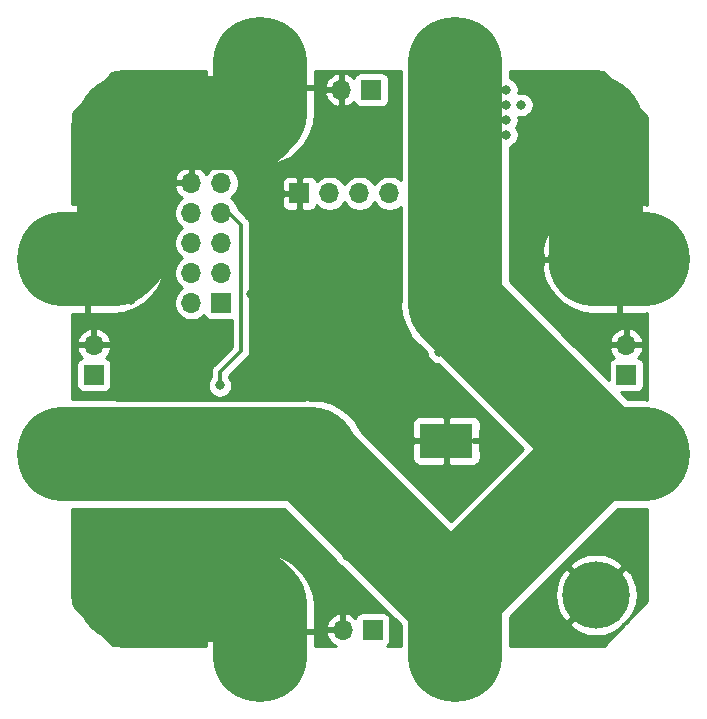
<source format=gbr>
%TF.GenerationSoftware,KiCad,Pcbnew,(5.1.8-0-10_14)*%
%TF.CreationDate,2021-02-24T01:50:54+08:00*%
%TF.ProjectId,batt_board,62617474-5f62-46f6-9172-642e6b696361,v0.2*%
%TF.SameCoordinates,Original*%
%TF.FileFunction,Copper,L2,Bot*%
%TF.FilePolarity,Positive*%
%FSLAX46Y46*%
G04 Gerber Fmt 4.6, Leading zero omitted, Abs format (unit mm)*
G04 Created by KiCad (PCBNEW (5.1.8-0-10_14)) date 2021-02-24 01:50:54*
%MOMM*%
%LPD*%
G01*
G04 APERTURE LIST*
%TA.AperFunction,ComponentPad*%
%ADD10O,1.700000X1.700000*%
%TD*%
%TA.AperFunction,ComponentPad*%
%ADD11R,1.700000X1.700000*%
%TD*%
%TA.AperFunction,SMDPad,CuDef*%
%ADD12O,8.000000X12.000000*%
%TD*%
%TA.AperFunction,SMDPad,CuDef*%
%ADD13O,12.000000X8.000000*%
%TD*%
%TA.AperFunction,ConnectorPad*%
%ADD14C,5.700000*%
%TD*%
%TA.AperFunction,ComponentPad*%
%ADD15C,3.600000*%
%TD*%
%TA.AperFunction,ComponentPad*%
%ADD16C,0.600000*%
%TD*%
%TA.AperFunction,SMDPad,CuDef*%
%ADD17R,4.500000X2.950000*%
%TD*%
%TA.AperFunction,ViaPad*%
%ADD18C,0.800000*%
%TD*%
%TA.AperFunction,Conductor*%
%ADD19C,8.000000*%
%TD*%
%TA.AperFunction,Conductor*%
%ADD20C,0.500000*%
%TD*%
%TA.AperFunction,Conductor*%
%ADD21C,0.300000*%
%TD*%
%TA.AperFunction,Conductor*%
%ADD22C,0.254000*%
%TD*%
%TA.AperFunction,Conductor*%
%ADD23C,0.100000*%
%TD*%
G04 APERTURE END LIST*
D10*
%TO.P,conn2upper1,10*%
%TO.N,GND*%
X125730000Y-70104000D03*
%TO.P,conn2upper1,9*%
%TO.N,Net-(R9-Pad2)*%
X128270000Y-70104000D03*
%TO.P,conn2upper1,8*%
%TO.N,Net-(R10-Pad2)*%
X125730000Y-72644000D03*
%TO.P,conn2upper1,7*%
%TO.N,Net-(R11-Pad2)*%
X128270000Y-72644000D03*
%TO.P,conn2upper1,6*%
%TO.N,Net-(R12-Pad2)*%
X125730000Y-75184000D03*
%TO.P,conn2upper1,5*%
%TO.N,Net-(R13-Pad1)*%
X128270000Y-75184000D03*
%TO.P,conn2upper1,4*%
%TO.N,Net-(conn2upper1-Pad4)*%
X125730000Y-77724000D03*
%TO.P,conn2upper1,3*%
%TO.N,+5V*%
X128270000Y-77724000D03*
%TO.P,conn2upper1,2*%
%TO.N,Net-(conn2upper1-Pad2)*%
X125730000Y-80264000D03*
D11*
%TO.P,conn2upper1,1*%
%TO.N,+3V3*%
X128270000Y-80264000D03*
%TD*%
D12*
%TO.P,ESC3,2*%
%TO.N,/VCC_IN*%
X148077200Y-108050800D03*
%TO.P,ESC3,1*%
%TO.N,GND*%
X131567200Y-108050800D03*
%TD*%
D13*
%TO.P,ESC4,2*%
%TO.N,/VCC_IN*%
X116949200Y-93077200D03*
%TO.P,ESC4,1*%
%TO.N,GND*%
X116949200Y-76567200D03*
%TD*%
%TO.P,ESC2,2*%
%TO.N,/VCC_IN*%
X161949200Y-93077200D03*
%TO.P,ESC2,1*%
%TO.N,GND*%
X161949200Y-76567200D03*
%TD*%
D12*
%TO.P,ESC1,2*%
%TO.N,/VCC_IN*%
X148077200Y-62050800D03*
%TO.P,ESC1,1*%
%TO.N,GND*%
X131567200Y-62050800D03*
%TD*%
D14*
%TO.P,H4,1*%
%TO.N,GND*%
X160000000Y-65000000D03*
D15*
X160000000Y-65000000D03*
%TD*%
D14*
%TO.P,H2,1*%
%TO.N,GND*%
X120000000Y-105000000D03*
D15*
X120000000Y-105000000D03*
%TD*%
D16*
%TO.P,U1,9*%
%TO.N,GND*%
X149120000Y-91348000D03*
X148020000Y-91348000D03*
X148020000Y-92548000D03*
X149120000Y-92548000D03*
X145520000Y-91348000D03*
X146720000Y-91348000D03*
X146720000Y-92548000D03*
X145520000Y-92548000D03*
D17*
X147320000Y-91948000D03*
%TD*%
D11*
%TO.P,Receiver1,1*%
%TO.N,GND*%
X134874000Y-70993000D03*
D10*
%TO.P,Receiver1,2*%
%TO.N,+5V*%
X137414000Y-70993000D03*
%TO.P,Receiver1,3*%
%TO.N,PPM*%
X139954000Y-70993000D03*
%TO.P,Receiver1,4*%
%TO.N,Net-(Receiver1-Pad4)*%
X142494000Y-70993000D03*
%TD*%
D14*
%TO.P,H3,1*%
%TO.N,GND*%
X160000000Y-105000000D03*
D15*
X160000000Y-105000000D03*
%TD*%
D14*
%TO.P,H1,1*%
%TO.N,GND*%
X120000000Y-65000000D03*
D15*
X120000000Y-65000000D03*
%TD*%
D10*
%TO.P,CH4,2*%
%TO.N,GND*%
X117475000Y-83820000D03*
D11*
%TO.P,CH4,1*%
%TO.N,PWM_CH4*%
X117475000Y-86360000D03*
%TD*%
D10*
%TO.P,CH3,2*%
%TO.N,GND*%
X138532200Y-107950000D03*
D11*
%TO.P,CH3,1*%
%TO.N,PWM_CH3*%
X141072200Y-107950000D03*
%TD*%
D10*
%TO.P,CH2,2*%
%TO.N,GND*%
X162560000Y-83820000D03*
D11*
%TO.P,CH2,1*%
%TO.N,PWM_CH2*%
X162560000Y-86360000D03*
%TD*%
D10*
%TO.P,CH1,2*%
%TO.N,GND*%
X138430000Y-62230000D03*
D11*
%TO.P,CH1,1*%
%TO.N,PWM_CH1*%
X140970000Y-62230000D03*
%TD*%
D18*
%TO.N,GND*%
X120142000Y-84328000D03*
X120650000Y-80010000D03*
X133350000Y-67310000D03*
X132080000Y-67310000D03*
X130810000Y-67310000D03*
X157480000Y-73660000D03*
X157480000Y-74930000D03*
X157480000Y-76200000D03*
X158750000Y-77470000D03*
X158750000Y-76200000D03*
X158750000Y-74930000D03*
X158750000Y-73660000D03*
X128270000Y-106680000D03*
X128270000Y-107950000D03*
X128270000Y-104140000D03*
X128270000Y-105410000D03*
X129540000Y-102870000D03*
X133350000Y-66040000D03*
X132080000Y-66040000D03*
X130810000Y-66040000D03*
X129540000Y-66040000D03*
X128270000Y-64770000D03*
X129540000Y-64770000D03*
X130810000Y-64770000D03*
X132080000Y-64770000D03*
X133350000Y-64770000D03*
X134620000Y-64770000D03*
X134620000Y-63500000D03*
X133350000Y-63500000D03*
X132080000Y-62230000D03*
X132080000Y-63500000D03*
X130810000Y-63500000D03*
X128270000Y-63500000D03*
X129540000Y-63500000D03*
X130810000Y-62230000D03*
X128270000Y-62230000D03*
X129540000Y-62230000D03*
X130810000Y-62230000D03*
X133350000Y-62230000D03*
X134620000Y-62230000D03*
X121920000Y-74930000D03*
X121920000Y-76200000D03*
X121920000Y-77470000D03*
X121920000Y-78740000D03*
X120650000Y-78740000D03*
X120650000Y-77470000D03*
X120650000Y-76200000D03*
X120650000Y-74930000D03*
X120650000Y-73660000D03*
X118110000Y-73660000D03*
X119380000Y-73660000D03*
X119380000Y-74930000D03*
X118110000Y-74930000D03*
X118110000Y-76200000D03*
X119380000Y-76200000D03*
X119380000Y-77470000D03*
X118110000Y-77470000D03*
X118110000Y-78740000D03*
X119380000Y-78740000D03*
X119380000Y-80010000D03*
X118110000Y-80010000D03*
X116840000Y-80010000D03*
X116840000Y-78740000D03*
X116840000Y-77470000D03*
X116840000Y-76200000D03*
X116840000Y-74930000D03*
X116840000Y-73660000D03*
X130810000Y-102870000D03*
X132080000Y-102870000D03*
X133350000Y-102870000D03*
X134620000Y-105410000D03*
X134620000Y-104140000D03*
X133350000Y-104140000D03*
X132080000Y-104140000D03*
X130810000Y-104140000D03*
X129540000Y-104140000D03*
X129540000Y-105410000D03*
X130810000Y-105410000D03*
X132080000Y-105410000D03*
X133350000Y-105410000D03*
X133350000Y-106680000D03*
X130810000Y-107950000D03*
X129540000Y-107950000D03*
X132080000Y-107950000D03*
X133350000Y-107950000D03*
X134620000Y-107950000D03*
X134620000Y-106680000D03*
X132080000Y-106680000D03*
X130810000Y-106680000D03*
X129540000Y-106680000D03*
X162560000Y-69850000D03*
X162560000Y-71120000D03*
X161290000Y-71120000D03*
X160020000Y-72390000D03*
X161290000Y-72390000D03*
X162560000Y-72390000D03*
X160020000Y-78740000D03*
X161290000Y-78740000D03*
X162560000Y-78740000D03*
X162560000Y-77470000D03*
X161290000Y-77470000D03*
X160020000Y-77470000D03*
X160020000Y-76200000D03*
X160020000Y-74930000D03*
X161290000Y-76200000D03*
X161290000Y-74930000D03*
X162560000Y-76200000D03*
X162560000Y-74930000D03*
X162560000Y-73660000D03*
X161290000Y-73660000D03*
X160020000Y-73660000D03*
X142621000Y-65532000D03*
X130810000Y-79502000D03*
X131431000Y-84977000D03*
X140651964Y-77405964D03*
X138862713Y-78791536D03*
X138862713Y-80459434D03*
X141986000Y-84582000D03*
X141986000Y-83566000D03*
X141986000Y-82423000D03*
X117094000Y-70104000D03*
X118237000Y-70104000D03*
X119380000Y-70104000D03*
X120650000Y-70104000D03*
X121793000Y-70104000D03*
X122936000Y-70104000D03*
%TO.N,/VCC_IN*%
X151130000Y-67310000D03*
X149860000Y-67310000D03*
X148590000Y-67310000D03*
X147320000Y-67310000D03*
X158750000Y-90170000D03*
X160020000Y-90170000D03*
X160020000Y-96520000D03*
X158750000Y-96520000D03*
X158750000Y-95250000D03*
X157480000Y-95250000D03*
X158750000Y-93980000D03*
X157480000Y-93980000D03*
X158750000Y-92710000D03*
X157480000Y-92710000D03*
X158750000Y-91440000D03*
X157480000Y-91440000D03*
X146050000Y-102870000D03*
X144780000Y-104140000D03*
X144780000Y-107950000D03*
X144780000Y-106680000D03*
X144780000Y-105410000D03*
X151130000Y-66040000D03*
X116840000Y-90170000D03*
X116840000Y-91440000D03*
X116840000Y-92710000D03*
X116840000Y-93980000D03*
X116840000Y-93980000D03*
X116840000Y-95250000D03*
X116840000Y-96520000D03*
X118110000Y-96520000D03*
X118110000Y-95250000D03*
X118110000Y-93980000D03*
X118110000Y-92710000D03*
X118110000Y-91440000D03*
X119380000Y-90170000D03*
X118110000Y-90170000D03*
X119380000Y-92710000D03*
X119380000Y-93980000D03*
X119380000Y-95250000D03*
X119380000Y-96520000D03*
X120650000Y-95250000D03*
X120650000Y-93980000D03*
X120650000Y-92710000D03*
X120650000Y-91440000D03*
X119380000Y-91440000D03*
X120650000Y-90170000D03*
X121920000Y-91440000D03*
X121920000Y-92710000D03*
X121920000Y-93980000D03*
X149860000Y-102870000D03*
X147320000Y-102870000D03*
X148590000Y-102870000D03*
X148590000Y-102870000D03*
X146050000Y-104140000D03*
X147320000Y-104140000D03*
X148590000Y-104140000D03*
X149860000Y-104140000D03*
X148590000Y-105410000D03*
X146050000Y-105410000D03*
X147320000Y-105410000D03*
X147320000Y-106680000D03*
X146050000Y-106680000D03*
X146050000Y-106680000D03*
X148590000Y-106680000D03*
X149860000Y-106680000D03*
X151130000Y-106680000D03*
X151130000Y-105410000D03*
X149860000Y-105410000D03*
X151130000Y-104140000D03*
X149860000Y-107950000D03*
X146050000Y-107950000D03*
X147320000Y-107950000D03*
X148590000Y-107950000D03*
X151130000Y-107950000D03*
X160020000Y-91440000D03*
X161290000Y-90170000D03*
X161290000Y-91440000D03*
X161290000Y-92710000D03*
X160020000Y-92710000D03*
X160020000Y-95250000D03*
X161290000Y-93980000D03*
X160020000Y-93980000D03*
X161290000Y-96520000D03*
X162560000Y-96520000D03*
X162560000Y-95250000D03*
X161290000Y-95250000D03*
X162560000Y-92710000D03*
X162560000Y-93980000D03*
X162560000Y-91440000D03*
X162560000Y-90170000D03*
X152400000Y-64770000D03*
X153670000Y-63500000D03*
X152400000Y-63500000D03*
X149860000Y-66040000D03*
X148590000Y-66040000D03*
X147320000Y-66040000D03*
X146050000Y-66040000D03*
X144780000Y-64770000D03*
X148590000Y-64770000D03*
X146050000Y-64770000D03*
X147320000Y-64770000D03*
X149860000Y-64770000D03*
X151130000Y-64770000D03*
X151130000Y-63500000D03*
X149860000Y-63500000D03*
X148590000Y-63500000D03*
X147320000Y-63500000D03*
X146050000Y-63500000D03*
X144780000Y-63500000D03*
X144780000Y-62230000D03*
X146050000Y-62230000D03*
X147320000Y-62230000D03*
X148590000Y-62230000D03*
X149860000Y-62230000D03*
X151130000Y-62230000D03*
X152400000Y-62230000D03*
X152400000Y-66040000D03*
X158496000Y-86106000D03*
X144526000Y-70231000D03*
X148844000Y-81915000D03*
X147447000Y-81915000D03*
X146711500Y-83158500D03*
X146711500Y-84428500D03*
X126111000Y-90297000D03*
X139446000Y-100965000D03*
X146711500Y-80925500D03*
X145415000Y-70231000D03*
X146431000Y-70231000D03*
X155779486Y-86155514D03*
X156922486Y-86155514D03*
X153874486Y-86155514D03*
X154763486Y-86155514D03*
X138869500Y-101668500D03*
X139885500Y-101668500D03*
X140911500Y-101668500D03*
X125349000Y-89535000D03*
X126746000Y-90932000D03*
X127381000Y-91567000D03*
%TO.N,Net-(R11-Pad2)*%
X128143000Y-87249000D03*
%TD*%
D19*
%TO.N,GND*%
X130792210Y-65000000D02*
X131567200Y-64225010D01*
X120000000Y-65000000D02*
X130792210Y-65000000D01*
X130792210Y-105000000D02*
X131567200Y-105774990D01*
X120000000Y-105000000D02*
X130792210Y-105000000D01*
X160000000Y-75792210D02*
X160774990Y-76567200D01*
X160000000Y-65000000D02*
X160000000Y-75792210D01*
X120000000Y-65000000D02*
X120000000Y-75792210D01*
X120000000Y-75792210D02*
X119225010Y-76567200D01*
D20*
%TO.N,/VCC_IN*%
X116949200Y-93077200D02*
X117050800Y-93077200D01*
D19*
X119735600Y-93091000D02*
X135890000Y-93091000D01*
D20*
X148077200Y-108050800D02*
X148077200Y-106949200D01*
X133350000Y-93091000D02*
X136271000Y-93091000D01*
D19*
X135513800Y-93091000D02*
X147701000Y-105278200D01*
D20*
X135890000Y-93091000D02*
X135890000Y-95863600D01*
D19*
X148082000Y-104902000D02*
X159893000Y-93091000D01*
X148077200Y-80379410D02*
X156467395Y-88769605D01*
X148077200Y-62050800D02*
X148077200Y-80379410D01*
X156467395Y-88769605D02*
X160774990Y-93077200D01*
D21*
%TO.N,Net-(R11-Pad2)*%
X128143000Y-87249000D02*
X128143000Y-87249000D01*
X129921000Y-73660000D02*
X128905000Y-72644000D01*
X129921000Y-84328000D02*
X129921000Y-73660000D01*
X128905000Y-72644000D02*
X128270000Y-72644000D01*
X128143000Y-86106000D02*
X129921000Y-84328000D01*
X128143000Y-87249000D02*
X128143000Y-86106000D01*
%TD*%
D22*
%TO.N,GND*%
X119507905Y-97726000D02*
X133593921Y-97726000D01*
X137899698Y-102031777D01*
X137952295Y-102158756D01*
X138065563Y-102328274D01*
X138209726Y-102472437D01*
X138379244Y-102585705D01*
X138506223Y-102638302D01*
X143442200Y-107574279D01*
X143442200Y-109340000D01*
X142258990Y-109340000D01*
X142276694Y-109330537D01*
X142373385Y-109251185D01*
X142452737Y-109154494D01*
X142511702Y-109044180D01*
X142548012Y-108924482D01*
X142560272Y-108800000D01*
X142560272Y-107100000D01*
X142548012Y-106975518D01*
X142511702Y-106855820D01*
X142452737Y-106745506D01*
X142373385Y-106648815D01*
X142276694Y-106569463D01*
X142166380Y-106510498D01*
X142046682Y-106474188D01*
X141922200Y-106461928D01*
X140222200Y-106461928D01*
X140097718Y-106474188D01*
X139978020Y-106510498D01*
X139867706Y-106569463D01*
X139771015Y-106648815D01*
X139691663Y-106745506D01*
X139632698Y-106855820D01*
X139608234Y-106936466D01*
X139532469Y-106852412D01*
X139299120Y-106678359D01*
X139036299Y-106553175D01*
X138889090Y-106508524D01*
X138659200Y-106629845D01*
X138659200Y-107823000D01*
X138679200Y-107823000D01*
X138679200Y-108077000D01*
X138659200Y-108077000D01*
X138659200Y-108097000D01*
X138405200Y-108097000D01*
X138405200Y-108077000D01*
X137211386Y-108077000D01*
X137090719Y-108306891D01*
X137188043Y-108581252D01*
X137337022Y-108831355D01*
X137531931Y-109047588D01*
X137765280Y-109221641D01*
X138013772Y-109340000D01*
X136202200Y-109340000D01*
X136202200Y-108177800D01*
X131694200Y-108177800D01*
X131694200Y-108197800D01*
X131440200Y-108197800D01*
X131440200Y-108177800D01*
X126932200Y-108177800D01*
X126932200Y-109340000D01*
X120029392Y-109340000D01*
X119231917Y-109268827D01*
X119050917Y-109219311D01*
X117283639Y-107452033D01*
X117727572Y-107452033D01*
X118045757Y-107905850D01*
X118650210Y-108231269D01*
X119306535Y-108432512D01*
X119989510Y-108501845D01*
X120672888Y-108436605D01*
X121330407Y-108239298D01*
X121936799Y-107917506D01*
X121954243Y-107905850D01*
X122272428Y-107452033D01*
X120000000Y-105179605D01*
X117727572Y-107452033D01*
X117283639Y-107452033D01*
X115786217Y-105954611D01*
X115707935Y-105628543D01*
X115661008Y-104989510D01*
X116498155Y-104989510D01*
X116563395Y-105672888D01*
X116760702Y-106330407D01*
X117082494Y-106936799D01*
X117094150Y-106954243D01*
X117547967Y-107272428D01*
X119820395Y-105000000D01*
X120179605Y-105000000D01*
X122452033Y-107272428D01*
X122905850Y-106954243D01*
X123231269Y-106349790D01*
X123361886Y-105923800D01*
X126932200Y-105923800D01*
X126932200Y-107923800D01*
X131440200Y-107923800D01*
X131440200Y-101576352D01*
X131694200Y-101576352D01*
X131694200Y-107923800D01*
X136202200Y-107923800D01*
X136202200Y-107593109D01*
X137090719Y-107593109D01*
X137211386Y-107823000D01*
X138405200Y-107823000D01*
X138405200Y-106629845D01*
X138175310Y-106508524D01*
X138028101Y-106553175D01*
X137765280Y-106678359D01*
X137531931Y-106852412D01*
X137337022Y-107068645D01*
X137188043Y-107318748D01*
X137090719Y-107593109D01*
X136202200Y-107593109D01*
X136202200Y-105923800D01*
X136088363Y-105021997D01*
X135800781Y-104159730D01*
X135350504Y-103370136D01*
X134754837Y-102683558D01*
X134036671Y-102126381D01*
X133223605Y-101720018D01*
X132417438Y-101494450D01*
X131694200Y-101576352D01*
X131440200Y-101576352D01*
X130716962Y-101494450D01*
X129910795Y-101720018D01*
X129097729Y-102126381D01*
X128379563Y-102683558D01*
X127783896Y-103370136D01*
X127333619Y-104159730D01*
X127046037Y-105021997D01*
X126932200Y-105923800D01*
X123361886Y-105923800D01*
X123432512Y-105693465D01*
X123501845Y-105010490D01*
X123436605Y-104327112D01*
X123239298Y-103669593D01*
X122917506Y-103063201D01*
X122905850Y-103045757D01*
X122452033Y-102727572D01*
X120179605Y-105000000D01*
X119820395Y-105000000D01*
X117547967Y-102727572D01*
X117094150Y-103045757D01*
X116768731Y-103650210D01*
X116567488Y-104306535D01*
X116498155Y-104989510D01*
X115661008Y-104989510D01*
X115660000Y-104975793D01*
X115660000Y-102547967D01*
X117727572Y-102547967D01*
X120000000Y-104820395D01*
X122272428Y-102547967D01*
X121954243Y-102094150D01*
X121349790Y-101768731D01*
X120693465Y-101567488D01*
X120010490Y-101498155D01*
X119327112Y-101563395D01*
X118669593Y-101760702D01*
X118063201Y-102082494D01*
X118045757Y-102094150D01*
X117727572Y-102547967D01*
X115660000Y-102547967D01*
X115660000Y-97712200D01*
X119176895Y-97712200D01*
X119272343Y-97702799D01*
X119507905Y-97726000D01*
%TA.AperFunction,Conductor*%
D23*
G36*
X119507905Y-97726000D02*
G01*
X133593921Y-97726000D01*
X137899698Y-102031777D01*
X137952295Y-102158756D01*
X138065563Y-102328274D01*
X138209726Y-102472437D01*
X138379244Y-102585705D01*
X138506223Y-102638302D01*
X143442200Y-107574279D01*
X143442200Y-109340000D01*
X142258990Y-109340000D01*
X142276694Y-109330537D01*
X142373385Y-109251185D01*
X142452737Y-109154494D01*
X142511702Y-109044180D01*
X142548012Y-108924482D01*
X142560272Y-108800000D01*
X142560272Y-107100000D01*
X142548012Y-106975518D01*
X142511702Y-106855820D01*
X142452737Y-106745506D01*
X142373385Y-106648815D01*
X142276694Y-106569463D01*
X142166380Y-106510498D01*
X142046682Y-106474188D01*
X141922200Y-106461928D01*
X140222200Y-106461928D01*
X140097718Y-106474188D01*
X139978020Y-106510498D01*
X139867706Y-106569463D01*
X139771015Y-106648815D01*
X139691663Y-106745506D01*
X139632698Y-106855820D01*
X139608234Y-106936466D01*
X139532469Y-106852412D01*
X139299120Y-106678359D01*
X139036299Y-106553175D01*
X138889090Y-106508524D01*
X138659200Y-106629845D01*
X138659200Y-107823000D01*
X138679200Y-107823000D01*
X138679200Y-108077000D01*
X138659200Y-108077000D01*
X138659200Y-108097000D01*
X138405200Y-108097000D01*
X138405200Y-108077000D01*
X137211386Y-108077000D01*
X137090719Y-108306891D01*
X137188043Y-108581252D01*
X137337022Y-108831355D01*
X137531931Y-109047588D01*
X137765280Y-109221641D01*
X138013772Y-109340000D01*
X136202200Y-109340000D01*
X136202200Y-108177800D01*
X131694200Y-108177800D01*
X131694200Y-108197800D01*
X131440200Y-108197800D01*
X131440200Y-108177800D01*
X126932200Y-108177800D01*
X126932200Y-109340000D01*
X120029392Y-109340000D01*
X119231917Y-109268827D01*
X119050917Y-109219311D01*
X117283639Y-107452033D01*
X117727572Y-107452033D01*
X118045757Y-107905850D01*
X118650210Y-108231269D01*
X119306535Y-108432512D01*
X119989510Y-108501845D01*
X120672888Y-108436605D01*
X121330407Y-108239298D01*
X121936799Y-107917506D01*
X121954243Y-107905850D01*
X122272428Y-107452033D01*
X120000000Y-105179605D01*
X117727572Y-107452033D01*
X117283639Y-107452033D01*
X115786217Y-105954611D01*
X115707935Y-105628543D01*
X115661008Y-104989510D01*
X116498155Y-104989510D01*
X116563395Y-105672888D01*
X116760702Y-106330407D01*
X117082494Y-106936799D01*
X117094150Y-106954243D01*
X117547967Y-107272428D01*
X119820395Y-105000000D01*
X120179605Y-105000000D01*
X122452033Y-107272428D01*
X122905850Y-106954243D01*
X123231269Y-106349790D01*
X123361886Y-105923800D01*
X126932200Y-105923800D01*
X126932200Y-107923800D01*
X131440200Y-107923800D01*
X131440200Y-101576352D01*
X131694200Y-101576352D01*
X131694200Y-107923800D01*
X136202200Y-107923800D01*
X136202200Y-107593109D01*
X137090719Y-107593109D01*
X137211386Y-107823000D01*
X138405200Y-107823000D01*
X138405200Y-106629845D01*
X138175310Y-106508524D01*
X138028101Y-106553175D01*
X137765280Y-106678359D01*
X137531931Y-106852412D01*
X137337022Y-107068645D01*
X137188043Y-107318748D01*
X137090719Y-107593109D01*
X136202200Y-107593109D01*
X136202200Y-105923800D01*
X136088363Y-105021997D01*
X135800781Y-104159730D01*
X135350504Y-103370136D01*
X134754837Y-102683558D01*
X134036671Y-102126381D01*
X133223605Y-101720018D01*
X132417438Y-101494450D01*
X131694200Y-101576352D01*
X131440200Y-101576352D01*
X130716962Y-101494450D01*
X129910795Y-101720018D01*
X129097729Y-102126381D01*
X128379563Y-102683558D01*
X127783896Y-103370136D01*
X127333619Y-104159730D01*
X127046037Y-105021997D01*
X126932200Y-105923800D01*
X123361886Y-105923800D01*
X123432512Y-105693465D01*
X123501845Y-105010490D01*
X123436605Y-104327112D01*
X123239298Y-103669593D01*
X122917506Y-103063201D01*
X122905850Y-103045757D01*
X122452033Y-102727572D01*
X120179605Y-105000000D01*
X119820395Y-105000000D01*
X117547967Y-102727572D01*
X117094150Y-103045757D01*
X116768731Y-103650210D01*
X116567488Y-104306535D01*
X116498155Y-104989510D01*
X115661008Y-104989510D01*
X115660000Y-104975793D01*
X115660000Y-102547967D01*
X117727572Y-102547967D01*
X120000000Y-104820395D01*
X122272428Y-102547967D01*
X121954243Y-102094150D01*
X121349790Y-101768731D01*
X120693465Y-101567488D01*
X120010490Y-101498155D01*
X119327112Y-101563395D01*
X118669593Y-101760702D01*
X118063201Y-102082494D01*
X118045757Y-102094150D01*
X117727572Y-102547967D01*
X115660000Y-102547967D01*
X115660000Y-97712200D01*
X119176895Y-97712200D01*
X119272343Y-97702799D01*
X119507905Y-97726000D01*
G37*
%TD.AperFunction*%
D22*
X164340001Y-104970597D02*
X164288316Y-105549718D01*
X162531931Y-107352323D01*
X162452035Y-107272427D01*
X162905850Y-106954243D01*
X163231269Y-106349790D01*
X163432512Y-105693465D01*
X163501845Y-105010490D01*
X163436605Y-104327112D01*
X163239298Y-103669593D01*
X162917506Y-103063201D01*
X162905850Y-103045757D01*
X162452033Y-102727572D01*
X160179605Y-105000000D01*
X160193748Y-105014143D01*
X160014143Y-105193748D01*
X160000000Y-105179605D01*
X157727572Y-107452033D01*
X158045757Y-107905850D01*
X158650210Y-108231269D01*
X159306535Y-108432512D01*
X159989510Y-108501845D01*
X160672888Y-108436605D01*
X161330407Y-108239298D01*
X161936799Y-107917506D01*
X161954243Y-107905850D01*
X162272427Y-107452035D01*
X162354656Y-107534264D01*
X160646013Y-109287871D01*
X160628543Y-109292065D01*
X159975793Y-109340000D01*
X152712200Y-109340000D01*
X152712200Y-106826679D01*
X154549369Y-104989510D01*
X156498155Y-104989510D01*
X156563395Y-105672888D01*
X156760702Y-106330407D01*
X157082494Y-106936799D01*
X157094150Y-106954243D01*
X157547967Y-107272428D01*
X159820395Y-105000000D01*
X157547967Y-102727572D01*
X157094150Y-103045757D01*
X156768731Y-103650210D01*
X156567488Y-104306535D01*
X156498155Y-104989510D01*
X154549369Y-104989510D01*
X156990912Y-102547967D01*
X157727572Y-102547967D01*
X160000000Y-104820395D01*
X162272428Y-102547967D01*
X161954243Y-102094150D01*
X161349790Y-101768731D01*
X160693465Y-101567488D01*
X160010490Y-101498155D01*
X159327112Y-101563395D01*
X158669593Y-101760702D01*
X158063201Y-102082494D01*
X158045757Y-102094150D01*
X157727572Y-102547967D01*
X156990912Y-102547967D01*
X161826680Y-97712200D01*
X164176895Y-97712200D01*
X164340001Y-97696136D01*
X164340001Y-104970597D01*
%TA.AperFunction,Conductor*%
D23*
G36*
X164340001Y-104970597D02*
G01*
X164288316Y-105549718D01*
X162531931Y-107352323D01*
X162452035Y-107272427D01*
X162905850Y-106954243D01*
X163231269Y-106349790D01*
X163432512Y-105693465D01*
X163501845Y-105010490D01*
X163436605Y-104327112D01*
X163239298Y-103669593D01*
X162917506Y-103063201D01*
X162905850Y-103045757D01*
X162452033Y-102727572D01*
X160179605Y-105000000D01*
X160193748Y-105014143D01*
X160014143Y-105193748D01*
X160000000Y-105179605D01*
X157727572Y-107452033D01*
X158045757Y-107905850D01*
X158650210Y-108231269D01*
X159306535Y-108432512D01*
X159989510Y-108501845D01*
X160672888Y-108436605D01*
X161330407Y-108239298D01*
X161936799Y-107917506D01*
X161954243Y-107905850D01*
X162272427Y-107452035D01*
X162354656Y-107534264D01*
X160646013Y-109287871D01*
X160628543Y-109292065D01*
X159975793Y-109340000D01*
X152712200Y-109340000D01*
X152712200Y-106826679D01*
X154549369Y-104989510D01*
X156498155Y-104989510D01*
X156563395Y-105672888D01*
X156760702Y-106330407D01*
X157082494Y-106936799D01*
X157094150Y-106954243D01*
X157547967Y-107272428D01*
X159820395Y-105000000D01*
X157547967Y-102727572D01*
X157094150Y-103045757D01*
X156768731Y-103650210D01*
X156567488Y-104306535D01*
X156498155Y-104989510D01*
X154549369Y-104989510D01*
X156990912Y-102547967D01*
X157727572Y-102547967D01*
X160000000Y-104820395D01*
X162272428Y-102547967D01*
X161954243Y-102094150D01*
X161349790Y-101768731D01*
X160693465Y-101567488D01*
X160010490Y-101498155D01*
X159327112Y-101563395D01*
X158669593Y-101760702D01*
X158063201Y-102082494D01*
X158045757Y-102094150D01*
X157727572Y-102547967D01*
X156990912Y-102547967D01*
X161826680Y-97712200D01*
X164176895Y-97712200D01*
X164340001Y-97696136D01*
X164340001Y-104970597D01*
G37*
%TD.AperFunction*%
D22*
X126932200Y-61923800D02*
X131440200Y-61923800D01*
X131440200Y-61903800D01*
X131694200Y-61903800D01*
X131694200Y-61923800D01*
X136202200Y-61923800D01*
X136202200Y-61873109D01*
X136988519Y-61873109D01*
X137109186Y-62103000D01*
X138303000Y-62103000D01*
X138303000Y-60909845D01*
X138557000Y-60909845D01*
X138557000Y-62103000D01*
X138577000Y-62103000D01*
X138577000Y-62357000D01*
X138557000Y-62357000D01*
X138557000Y-63550155D01*
X138786890Y-63671476D01*
X138934099Y-63626825D01*
X139196920Y-63501641D01*
X139430269Y-63327588D01*
X139506034Y-63243534D01*
X139530498Y-63324180D01*
X139589463Y-63434494D01*
X139668815Y-63531185D01*
X139765506Y-63610537D01*
X139875820Y-63669502D01*
X139995518Y-63705812D01*
X140120000Y-63718072D01*
X141820000Y-63718072D01*
X141944482Y-63705812D01*
X142064180Y-63669502D01*
X142174494Y-63610537D01*
X142271185Y-63531185D01*
X142350537Y-63434494D01*
X142409502Y-63324180D01*
X142445812Y-63204482D01*
X142458072Y-63080000D01*
X142458072Y-61380000D01*
X142445812Y-61255518D01*
X142409502Y-61135820D01*
X142350537Y-61025506D01*
X142271185Y-60928815D01*
X142174494Y-60849463D01*
X142064180Y-60790498D01*
X141944482Y-60754188D01*
X141820000Y-60741928D01*
X140120000Y-60741928D01*
X139995518Y-60754188D01*
X139875820Y-60790498D01*
X139765506Y-60849463D01*
X139668815Y-60928815D01*
X139589463Y-61025506D01*
X139530498Y-61135820D01*
X139506034Y-61216466D01*
X139430269Y-61132412D01*
X139196920Y-60958359D01*
X138934099Y-60833175D01*
X138786890Y-60788524D01*
X138557000Y-60909845D01*
X138303000Y-60909845D01*
X138073110Y-60788524D01*
X137925901Y-60833175D01*
X137663080Y-60958359D01*
X137429731Y-61132412D01*
X137234822Y-61348645D01*
X137085843Y-61598748D01*
X136988519Y-61873109D01*
X136202200Y-61873109D01*
X136202200Y-60660000D01*
X143442200Y-60660000D01*
X143442200Y-69841093D01*
X143440632Y-69839525D01*
X143197411Y-69677010D01*
X142927158Y-69565068D01*
X142640260Y-69508000D01*
X142347740Y-69508000D01*
X142060842Y-69565068D01*
X141790589Y-69677010D01*
X141547368Y-69839525D01*
X141340525Y-70046368D01*
X141224000Y-70220760D01*
X141107475Y-70046368D01*
X140900632Y-69839525D01*
X140657411Y-69677010D01*
X140387158Y-69565068D01*
X140100260Y-69508000D01*
X139807740Y-69508000D01*
X139520842Y-69565068D01*
X139250589Y-69677010D01*
X139007368Y-69839525D01*
X138800525Y-70046368D01*
X138684000Y-70220760D01*
X138567475Y-70046368D01*
X138360632Y-69839525D01*
X138117411Y-69677010D01*
X137847158Y-69565068D01*
X137560260Y-69508000D01*
X137267740Y-69508000D01*
X136980842Y-69565068D01*
X136710589Y-69677010D01*
X136467368Y-69839525D01*
X136335513Y-69971380D01*
X136313502Y-69898820D01*
X136254537Y-69788506D01*
X136175185Y-69691815D01*
X136078494Y-69612463D01*
X135968180Y-69553498D01*
X135848482Y-69517188D01*
X135724000Y-69504928D01*
X135159750Y-69508000D01*
X135001000Y-69666750D01*
X135001000Y-70866000D01*
X135021000Y-70866000D01*
X135021000Y-71120000D01*
X135001000Y-71120000D01*
X135001000Y-72319250D01*
X135159750Y-72478000D01*
X135724000Y-72481072D01*
X135848482Y-72468812D01*
X135968180Y-72432502D01*
X136078494Y-72373537D01*
X136175185Y-72294185D01*
X136254537Y-72197494D01*
X136313502Y-72087180D01*
X136335513Y-72014620D01*
X136467368Y-72146475D01*
X136710589Y-72308990D01*
X136980842Y-72420932D01*
X137267740Y-72478000D01*
X137560260Y-72478000D01*
X137847158Y-72420932D01*
X138117411Y-72308990D01*
X138360632Y-72146475D01*
X138567475Y-71939632D01*
X138684000Y-71765240D01*
X138800525Y-71939632D01*
X139007368Y-72146475D01*
X139250589Y-72308990D01*
X139520842Y-72420932D01*
X139807740Y-72478000D01*
X140100260Y-72478000D01*
X140387158Y-72420932D01*
X140657411Y-72308990D01*
X140900632Y-72146475D01*
X141107475Y-71939632D01*
X141224000Y-71765240D01*
X141340525Y-71939632D01*
X141547368Y-72146475D01*
X141790589Y-72308990D01*
X142060842Y-72420932D01*
X142347740Y-72478000D01*
X142640260Y-72478000D01*
X142927158Y-72420932D01*
X143197411Y-72308990D01*
X143440632Y-72146475D01*
X143442201Y-72144906D01*
X143442201Y-80151707D01*
X143419774Y-80379410D01*
X143509266Y-81288028D01*
X143774299Y-82161729D01*
X144204692Y-82966937D01*
X144278245Y-83056561D01*
X144783903Y-83672708D01*
X144960768Y-83817857D01*
X145677282Y-84534371D01*
X145716274Y-84730398D01*
X145794295Y-84918756D01*
X145907563Y-85088274D01*
X146051726Y-85232437D01*
X146221244Y-85345705D01*
X146409602Y-85423726D01*
X146605629Y-85462718D01*
X153786016Y-92643105D01*
X147703400Y-98725721D01*
X140085585Y-91107906D01*
X139762508Y-90503473D01*
X139737500Y-90473000D01*
X144431928Y-90473000D01*
X144435000Y-91662250D01*
X144593750Y-91821000D01*
X145070094Y-91821000D01*
X145065064Y-91913459D01*
X145099605Y-91948000D01*
X145065064Y-91982541D01*
X145070094Y-92075000D01*
X144593750Y-92075000D01*
X144435000Y-92233750D01*
X144431928Y-93423000D01*
X144444188Y-93547482D01*
X144480498Y-93667180D01*
X144539463Y-93777494D01*
X144618815Y-93874185D01*
X144715506Y-93953537D01*
X144825820Y-94012502D01*
X144945518Y-94048812D01*
X145070000Y-94061072D01*
X147034250Y-94058000D01*
X147193000Y-93899250D01*
X147193000Y-92992467D01*
X147352762Y-93001157D01*
X147354541Y-93002936D01*
X147370000Y-93002095D01*
X147385459Y-93002936D01*
X147387238Y-93001157D01*
X147447000Y-92997906D01*
X147447000Y-93899250D01*
X147605750Y-94058000D01*
X149570000Y-94061072D01*
X149694482Y-94048812D01*
X149814180Y-94012502D01*
X149924494Y-93953537D01*
X150021185Y-93874185D01*
X150100537Y-93777494D01*
X150159502Y-93667180D01*
X150195812Y-93547482D01*
X150208072Y-93423000D01*
X150205000Y-92233750D01*
X150046250Y-92075000D01*
X149569906Y-92075000D01*
X149574936Y-91982541D01*
X149540395Y-91948000D01*
X149574936Y-91913459D01*
X149569906Y-91821000D01*
X150046250Y-91821000D01*
X150205000Y-91662250D01*
X150208072Y-90473000D01*
X150195812Y-90348518D01*
X150159502Y-90228820D01*
X150100537Y-90118506D01*
X150021185Y-90021815D01*
X149924494Y-89942463D01*
X149814180Y-89883498D01*
X149694482Y-89847188D01*
X149570000Y-89834928D01*
X147605750Y-89838000D01*
X147447000Y-89996750D01*
X147447000Y-90898094D01*
X147387238Y-90894843D01*
X147385459Y-90893064D01*
X147370000Y-90893905D01*
X147354541Y-90893064D01*
X147352762Y-90894843D01*
X147193000Y-90903533D01*
X147193000Y-89996750D01*
X147034250Y-89838000D01*
X145070000Y-89834928D01*
X144945518Y-89847188D01*
X144825820Y-89883498D01*
X144715506Y-89942463D01*
X144618815Y-90021815D01*
X144539463Y-90118506D01*
X144480498Y-90228820D01*
X144444188Y-90348518D01*
X144431928Y-90473000D01*
X139737500Y-90473000D01*
X139183298Y-89797702D01*
X138477527Y-89218492D01*
X137672320Y-88788099D01*
X136798619Y-88523065D01*
X136117695Y-88456000D01*
X135741493Y-88456000D01*
X135513800Y-88433574D01*
X135286107Y-88456000D01*
X119507905Y-88456000D01*
X119412457Y-88465401D01*
X119176895Y-88442200D01*
X115660000Y-88442200D01*
X115660000Y-85510000D01*
X115986928Y-85510000D01*
X115986928Y-87210000D01*
X115999188Y-87334482D01*
X116035498Y-87454180D01*
X116094463Y-87564494D01*
X116173815Y-87661185D01*
X116270506Y-87740537D01*
X116380820Y-87799502D01*
X116500518Y-87835812D01*
X116625000Y-87848072D01*
X118325000Y-87848072D01*
X118449482Y-87835812D01*
X118569180Y-87799502D01*
X118679494Y-87740537D01*
X118776185Y-87661185D01*
X118855537Y-87564494D01*
X118914502Y-87454180D01*
X118950812Y-87334482D01*
X118963072Y-87210000D01*
X118963072Y-85510000D01*
X118950812Y-85385518D01*
X118914502Y-85265820D01*
X118855537Y-85155506D01*
X118776185Y-85058815D01*
X118679494Y-84979463D01*
X118569180Y-84920498D01*
X118488534Y-84896034D01*
X118572588Y-84820269D01*
X118746641Y-84586920D01*
X118871825Y-84324099D01*
X118916476Y-84176890D01*
X118795155Y-83947000D01*
X117602000Y-83947000D01*
X117602000Y-83967000D01*
X117348000Y-83967000D01*
X117348000Y-83947000D01*
X116154845Y-83947000D01*
X116033524Y-84176890D01*
X116078175Y-84324099D01*
X116203359Y-84586920D01*
X116377412Y-84820269D01*
X116461466Y-84896034D01*
X116380820Y-84920498D01*
X116270506Y-84979463D01*
X116173815Y-85058815D01*
X116094463Y-85155506D01*
X116035498Y-85265820D01*
X115999188Y-85385518D01*
X115986928Y-85510000D01*
X115660000Y-85510000D01*
X115660000Y-83463110D01*
X116033524Y-83463110D01*
X116154845Y-83693000D01*
X117348000Y-83693000D01*
X117348000Y-82499186D01*
X117602000Y-82499186D01*
X117602000Y-83693000D01*
X118795155Y-83693000D01*
X118916476Y-83463110D01*
X118871825Y-83315901D01*
X118746641Y-83053080D01*
X118572588Y-82819731D01*
X118356355Y-82624822D01*
X118106252Y-82475843D01*
X117831891Y-82378519D01*
X117602000Y-82499186D01*
X117348000Y-82499186D01*
X117118109Y-82378519D01*
X116843748Y-82475843D01*
X116593645Y-82624822D01*
X116377412Y-82819731D01*
X116203359Y-83053080D01*
X116078175Y-83315901D01*
X116033524Y-83463110D01*
X115660000Y-83463110D01*
X115660000Y-81202200D01*
X116822200Y-81202200D01*
X116822200Y-76694200D01*
X117076200Y-76694200D01*
X117076200Y-81202200D01*
X119076200Y-81202200D01*
X119978003Y-81088363D01*
X120840270Y-80800781D01*
X121629864Y-80350504D01*
X122316442Y-79754837D01*
X122873619Y-79036671D01*
X123279982Y-78223605D01*
X123505550Y-77417438D01*
X123423648Y-76694200D01*
X117076200Y-76694200D01*
X116822200Y-76694200D01*
X116802200Y-76694200D01*
X116802200Y-76440200D01*
X116822200Y-76440200D01*
X116822200Y-71932200D01*
X117076200Y-71932200D01*
X117076200Y-76440200D01*
X123423648Y-76440200D01*
X123505550Y-75716962D01*
X123279982Y-74910795D01*
X122873619Y-74097729D01*
X122316442Y-73379563D01*
X121629864Y-72783896D01*
X121128069Y-72497740D01*
X124245000Y-72497740D01*
X124245000Y-72790260D01*
X124302068Y-73077158D01*
X124414010Y-73347411D01*
X124576525Y-73590632D01*
X124783368Y-73797475D01*
X124957760Y-73914000D01*
X124783368Y-74030525D01*
X124576525Y-74237368D01*
X124414010Y-74480589D01*
X124302068Y-74750842D01*
X124245000Y-75037740D01*
X124245000Y-75330260D01*
X124302068Y-75617158D01*
X124414010Y-75887411D01*
X124576525Y-76130632D01*
X124783368Y-76337475D01*
X124957760Y-76454000D01*
X124783368Y-76570525D01*
X124576525Y-76777368D01*
X124414010Y-77020589D01*
X124302068Y-77290842D01*
X124245000Y-77577740D01*
X124245000Y-77870260D01*
X124302068Y-78157158D01*
X124414010Y-78427411D01*
X124576525Y-78670632D01*
X124783368Y-78877475D01*
X124957760Y-78994000D01*
X124783368Y-79110525D01*
X124576525Y-79317368D01*
X124414010Y-79560589D01*
X124302068Y-79830842D01*
X124245000Y-80117740D01*
X124245000Y-80410260D01*
X124302068Y-80697158D01*
X124414010Y-80967411D01*
X124576525Y-81210632D01*
X124783368Y-81417475D01*
X125026589Y-81579990D01*
X125296842Y-81691932D01*
X125583740Y-81749000D01*
X125876260Y-81749000D01*
X126163158Y-81691932D01*
X126433411Y-81579990D01*
X126676632Y-81417475D01*
X126808487Y-81285620D01*
X126830498Y-81358180D01*
X126889463Y-81468494D01*
X126968815Y-81565185D01*
X127065506Y-81644537D01*
X127175820Y-81703502D01*
X127295518Y-81739812D01*
X127420000Y-81752072D01*
X129120000Y-81752072D01*
X129136000Y-81750496D01*
X129136000Y-84002843D01*
X127615185Y-85523658D01*
X127585237Y-85548236D01*
X127560659Y-85578184D01*
X127560655Y-85578188D01*
X127529834Y-85615744D01*
X127487139Y-85667767D01*
X127448177Y-85740660D01*
X127414246Y-85804141D01*
X127369359Y-85952114D01*
X127354203Y-86106000D01*
X127358001Y-86144562D01*
X127358001Y-86570288D01*
X127339063Y-86589226D01*
X127225795Y-86758744D01*
X127147774Y-86947102D01*
X127108000Y-87147061D01*
X127108000Y-87350939D01*
X127147774Y-87550898D01*
X127225795Y-87739256D01*
X127339063Y-87908774D01*
X127483226Y-88052937D01*
X127652744Y-88166205D01*
X127841102Y-88244226D01*
X128041061Y-88284000D01*
X128244939Y-88284000D01*
X128444898Y-88244226D01*
X128633256Y-88166205D01*
X128802774Y-88052937D01*
X128946937Y-87908774D01*
X129060205Y-87739256D01*
X129138226Y-87550898D01*
X129178000Y-87350939D01*
X129178000Y-87147061D01*
X129138226Y-86947102D01*
X129060205Y-86758744D01*
X128946937Y-86589226D01*
X128928000Y-86570289D01*
X128928000Y-86431157D01*
X130448811Y-84910346D01*
X130478764Y-84885764D01*
X130576862Y-84766233D01*
X130649754Y-84629860D01*
X130662780Y-84586920D01*
X130694642Y-84481887D01*
X130702020Y-84406974D01*
X130706000Y-84366561D01*
X130706000Y-84366556D01*
X130709797Y-84328000D01*
X130706000Y-84289444D01*
X130706000Y-73698555D01*
X130709797Y-73660000D01*
X130706000Y-73621444D01*
X130706000Y-73621439D01*
X130702020Y-73581026D01*
X130694642Y-73506113D01*
X130649754Y-73358140D01*
X130618604Y-73299862D01*
X130576862Y-73221767D01*
X130478764Y-73102236D01*
X130448815Y-73077657D01*
X129726719Y-72355561D01*
X129697932Y-72210842D01*
X129585990Y-71940589D01*
X129520784Y-71843000D01*
X133385928Y-71843000D01*
X133398188Y-71967482D01*
X133434498Y-72087180D01*
X133493463Y-72197494D01*
X133572815Y-72294185D01*
X133669506Y-72373537D01*
X133779820Y-72432502D01*
X133899518Y-72468812D01*
X134024000Y-72481072D01*
X134588250Y-72478000D01*
X134747000Y-72319250D01*
X134747000Y-71120000D01*
X133547750Y-71120000D01*
X133389000Y-71278750D01*
X133385928Y-71843000D01*
X129520784Y-71843000D01*
X129423475Y-71697368D01*
X129216632Y-71490525D01*
X129042240Y-71374000D01*
X129216632Y-71257475D01*
X129423475Y-71050632D01*
X129585990Y-70807411D01*
X129697932Y-70537158D01*
X129755000Y-70250260D01*
X129755000Y-70143000D01*
X133385928Y-70143000D01*
X133389000Y-70707250D01*
X133547750Y-70866000D01*
X134747000Y-70866000D01*
X134747000Y-69666750D01*
X134588250Y-69508000D01*
X134024000Y-69504928D01*
X133899518Y-69517188D01*
X133779820Y-69553498D01*
X133669506Y-69612463D01*
X133572815Y-69691815D01*
X133493463Y-69788506D01*
X133434498Y-69898820D01*
X133398188Y-70018518D01*
X133385928Y-70143000D01*
X129755000Y-70143000D01*
X129755000Y-69957740D01*
X129697932Y-69670842D01*
X129585990Y-69400589D01*
X129423475Y-69157368D01*
X129216632Y-68950525D01*
X128973411Y-68788010D01*
X128703158Y-68676068D01*
X128416260Y-68619000D01*
X128123740Y-68619000D01*
X127836842Y-68676068D01*
X127566589Y-68788010D01*
X127323368Y-68950525D01*
X127116525Y-69157368D01*
X126998900Y-69333406D01*
X126827588Y-69103731D01*
X126611355Y-68908822D01*
X126361252Y-68759843D01*
X126086891Y-68662519D01*
X125857000Y-68783186D01*
X125857000Y-69977000D01*
X125877000Y-69977000D01*
X125877000Y-70231000D01*
X125857000Y-70231000D01*
X125857000Y-70251000D01*
X125603000Y-70251000D01*
X125603000Y-70231000D01*
X124409845Y-70231000D01*
X124288524Y-70460890D01*
X124333175Y-70608099D01*
X124458359Y-70870920D01*
X124632412Y-71104269D01*
X124848645Y-71299178D01*
X124965534Y-71368805D01*
X124783368Y-71490525D01*
X124576525Y-71697368D01*
X124414010Y-71940589D01*
X124302068Y-72210842D01*
X124245000Y-72497740D01*
X121128069Y-72497740D01*
X120840270Y-72333619D01*
X119978003Y-72046037D01*
X119076200Y-71932200D01*
X117076200Y-71932200D01*
X116822200Y-71932200D01*
X115660000Y-71932200D01*
X115660000Y-69747110D01*
X124288524Y-69747110D01*
X124409845Y-69977000D01*
X125603000Y-69977000D01*
X125603000Y-68783186D01*
X125373109Y-68662519D01*
X125098748Y-68759843D01*
X124848645Y-68908822D01*
X124632412Y-69103731D01*
X124458359Y-69337080D01*
X124333175Y-69599901D01*
X124288524Y-69747110D01*
X115660000Y-69747110D01*
X115660000Y-67452033D01*
X117727572Y-67452033D01*
X118045757Y-67905850D01*
X118650210Y-68231269D01*
X119306535Y-68432512D01*
X119989510Y-68501845D01*
X120672888Y-68436605D01*
X121330407Y-68239298D01*
X121936799Y-67917506D01*
X121954243Y-67905850D01*
X122272428Y-67452033D01*
X120000000Y-65179605D01*
X117727572Y-67452033D01*
X115660000Y-67452033D01*
X115660000Y-65029392D01*
X115663559Y-64989510D01*
X116498155Y-64989510D01*
X116563395Y-65672888D01*
X116760702Y-66330407D01*
X117082494Y-66936799D01*
X117094150Y-66954243D01*
X117547967Y-67272428D01*
X119820395Y-65000000D01*
X120179605Y-65000000D01*
X122452033Y-67272428D01*
X122905850Y-66954243D01*
X123231269Y-66349790D01*
X123432512Y-65693465D01*
X123501845Y-65010490D01*
X123436605Y-64327112D01*
X123239298Y-63669593D01*
X122917506Y-63063201D01*
X122905850Y-63045757D01*
X122452033Y-62727572D01*
X120179605Y-65000000D01*
X119820395Y-65000000D01*
X117547967Y-62727572D01*
X117094150Y-63045757D01*
X116768731Y-63650210D01*
X116567488Y-64306535D01*
X116498155Y-64989510D01*
X115663559Y-64989510D01*
X115731173Y-64231917D01*
X115768291Y-64096236D01*
X117275816Y-62547967D01*
X117727572Y-62547967D01*
X120000000Y-64820395D01*
X122272428Y-62547967D01*
X122012893Y-62177800D01*
X126932200Y-62177800D01*
X126932200Y-64177800D01*
X127046037Y-65079603D01*
X127333619Y-65941870D01*
X127783896Y-66731464D01*
X128379563Y-67418042D01*
X129097729Y-67975219D01*
X129910795Y-68381582D01*
X130716962Y-68607150D01*
X131440200Y-68525248D01*
X131440200Y-62177800D01*
X131694200Y-62177800D01*
X131694200Y-68525248D01*
X132417438Y-68607150D01*
X133223605Y-68381582D01*
X134036671Y-67975219D01*
X134754837Y-67418042D01*
X135350504Y-66731464D01*
X135800781Y-65941870D01*
X136088363Y-65079603D01*
X136202200Y-64177800D01*
X136202200Y-62586891D01*
X136988519Y-62586891D01*
X137085843Y-62861252D01*
X137234822Y-63111355D01*
X137429731Y-63327588D01*
X137663080Y-63501641D01*
X137925901Y-63626825D01*
X138073110Y-63671476D01*
X138303000Y-63550155D01*
X138303000Y-62357000D01*
X137109186Y-62357000D01*
X136988519Y-62586891D01*
X136202200Y-62586891D01*
X136202200Y-62177800D01*
X131694200Y-62177800D01*
X131440200Y-62177800D01*
X126932200Y-62177800D01*
X122012893Y-62177800D01*
X121954243Y-62094150D01*
X121349790Y-61768731D01*
X120693465Y-61567488D01*
X120010490Y-61498155D01*
X119327112Y-61563395D01*
X118669593Y-61760702D01*
X118063201Y-62082494D01*
X118045757Y-62094150D01*
X117727572Y-62547967D01*
X117275816Y-62547967D01*
X118974674Y-60803194D01*
X119371457Y-60707935D01*
X120024207Y-60660000D01*
X126932200Y-60660000D01*
X126932200Y-61923800D01*
%TA.AperFunction,Conductor*%
D23*
G36*
X126932200Y-61923800D02*
G01*
X131440200Y-61923800D01*
X131440200Y-61903800D01*
X131694200Y-61903800D01*
X131694200Y-61923800D01*
X136202200Y-61923800D01*
X136202200Y-61873109D01*
X136988519Y-61873109D01*
X137109186Y-62103000D01*
X138303000Y-62103000D01*
X138303000Y-60909845D01*
X138557000Y-60909845D01*
X138557000Y-62103000D01*
X138577000Y-62103000D01*
X138577000Y-62357000D01*
X138557000Y-62357000D01*
X138557000Y-63550155D01*
X138786890Y-63671476D01*
X138934099Y-63626825D01*
X139196920Y-63501641D01*
X139430269Y-63327588D01*
X139506034Y-63243534D01*
X139530498Y-63324180D01*
X139589463Y-63434494D01*
X139668815Y-63531185D01*
X139765506Y-63610537D01*
X139875820Y-63669502D01*
X139995518Y-63705812D01*
X140120000Y-63718072D01*
X141820000Y-63718072D01*
X141944482Y-63705812D01*
X142064180Y-63669502D01*
X142174494Y-63610537D01*
X142271185Y-63531185D01*
X142350537Y-63434494D01*
X142409502Y-63324180D01*
X142445812Y-63204482D01*
X142458072Y-63080000D01*
X142458072Y-61380000D01*
X142445812Y-61255518D01*
X142409502Y-61135820D01*
X142350537Y-61025506D01*
X142271185Y-60928815D01*
X142174494Y-60849463D01*
X142064180Y-60790498D01*
X141944482Y-60754188D01*
X141820000Y-60741928D01*
X140120000Y-60741928D01*
X139995518Y-60754188D01*
X139875820Y-60790498D01*
X139765506Y-60849463D01*
X139668815Y-60928815D01*
X139589463Y-61025506D01*
X139530498Y-61135820D01*
X139506034Y-61216466D01*
X139430269Y-61132412D01*
X139196920Y-60958359D01*
X138934099Y-60833175D01*
X138786890Y-60788524D01*
X138557000Y-60909845D01*
X138303000Y-60909845D01*
X138073110Y-60788524D01*
X137925901Y-60833175D01*
X137663080Y-60958359D01*
X137429731Y-61132412D01*
X137234822Y-61348645D01*
X137085843Y-61598748D01*
X136988519Y-61873109D01*
X136202200Y-61873109D01*
X136202200Y-60660000D01*
X143442200Y-60660000D01*
X143442200Y-69841093D01*
X143440632Y-69839525D01*
X143197411Y-69677010D01*
X142927158Y-69565068D01*
X142640260Y-69508000D01*
X142347740Y-69508000D01*
X142060842Y-69565068D01*
X141790589Y-69677010D01*
X141547368Y-69839525D01*
X141340525Y-70046368D01*
X141224000Y-70220760D01*
X141107475Y-70046368D01*
X140900632Y-69839525D01*
X140657411Y-69677010D01*
X140387158Y-69565068D01*
X140100260Y-69508000D01*
X139807740Y-69508000D01*
X139520842Y-69565068D01*
X139250589Y-69677010D01*
X139007368Y-69839525D01*
X138800525Y-70046368D01*
X138684000Y-70220760D01*
X138567475Y-70046368D01*
X138360632Y-69839525D01*
X138117411Y-69677010D01*
X137847158Y-69565068D01*
X137560260Y-69508000D01*
X137267740Y-69508000D01*
X136980842Y-69565068D01*
X136710589Y-69677010D01*
X136467368Y-69839525D01*
X136335513Y-69971380D01*
X136313502Y-69898820D01*
X136254537Y-69788506D01*
X136175185Y-69691815D01*
X136078494Y-69612463D01*
X135968180Y-69553498D01*
X135848482Y-69517188D01*
X135724000Y-69504928D01*
X135159750Y-69508000D01*
X135001000Y-69666750D01*
X135001000Y-70866000D01*
X135021000Y-70866000D01*
X135021000Y-71120000D01*
X135001000Y-71120000D01*
X135001000Y-72319250D01*
X135159750Y-72478000D01*
X135724000Y-72481072D01*
X135848482Y-72468812D01*
X135968180Y-72432502D01*
X136078494Y-72373537D01*
X136175185Y-72294185D01*
X136254537Y-72197494D01*
X136313502Y-72087180D01*
X136335513Y-72014620D01*
X136467368Y-72146475D01*
X136710589Y-72308990D01*
X136980842Y-72420932D01*
X137267740Y-72478000D01*
X137560260Y-72478000D01*
X137847158Y-72420932D01*
X138117411Y-72308990D01*
X138360632Y-72146475D01*
X138567475Y-71939632D01*
X138684000Y-71765240D01*
X138800525Y-71939632D01*
X139007368Y-72146475D01*
X139250589Y-72308990D01*
X139520842Y-72420932D01*
X139807740Y-72478000D01*
X140100260Y-72478000D01*
X140387158Y-72420932D01*
X140657411Y-72308990D01*
X140900632Y-72146475D01*
X141107475Y-71939632D01*
X141224000Y-71765240D01*
X141340525Y-71939632D01*
X141547368Y-72146475D01*
X141790589Y-72308990D01*
X142060842Y-72420932D01*
X142347740Y-72478000D01*
X142640260Y-72478000D01*
X142927158Y-72420932D01*
X143197411Y-72308990D01*
X143440632Y-72146475D01*
X143442201Y-72144906D01*
X143442201Y-80151707D01*
X143419774Y-80379410D01*
X143509266Y-81288028D01*
X143774299Y-82161729D01*
X144204692Y-82966937D01*
X144278245Y-83056561D01*
X144783903Y-83672708D01*
X144960768Y-83817857D01*
X145677282Y-84534371D01*
X145716274Y-84730398D01*
X145794295Y-84918756D01*
X145907563Y-85088274D01*
X146051726Y-85232437D01*
X146221244Y-85345705D01*
X146409602Y-85423726D01*
X146605629Y-85462718D01*
X153786016Y-92643105D01*
X147703400Y-98725721D01*
X140085585Y-91107906D01*
X139762508Y-90503473D01*
X139737500Y-90473000D01*
X144431928Y-90473000D01*
X144435000Y-91662250D01*
X144593750Y-91821000D01*
X145070094Y-91821000D01*
X145065064Y-91913459D01*
X145099605Y-91948000D01*
X145065064Y-91982541D01*
X145070094Y-92075000D01*
X144593750Y-92075000D01*
X144435000Y-92233750D01*
X144431928Y-93423000D01*
X144444188Y-93547482D01*
X144480498Y-93667180D01*
X144539463Y-93777494D01*
X144618815Y-93874185D01*
X144715506Y-93953537D01*
X144825820Y-94012502D01*
X144945518Y-94048812D01*
X145070000Y-94061072D01*
X147034250Y-94058000D01*
X147193000Y-93899250D01*
X147193000Y-92992467D01*
X147352762Y-93001157D01*
X147354541Y-93002936D01*
X147370000Y-93002095D01*
X147385459Y-93002936D01*
X147387238Y-93001157D01*
X147447000Y-92997906D01*
X147447000Y-93899250D01*
X147605750Y-94058000D01*
X149570000Y-94061072D01*
X149694482Y-94048812D01*
X149814180Y-94012502D01*
X149924494Y-93953537D01*
X150021185Y-93874185D01*
X150100537Y-93777494D01*
X150159502Y-93667180D01*
X150195812Y-93547482D01*
X150208072Y-93423000D01*
X150205000Y-92233750D01*
X150046250Y-92075000D01*
X149569906Y-92075000D01*
X149574936Y-91982541D01*
X149540395Y-91948000D01*
X149574936Y-91913459D01*
X149569906Y-91821000D01*
X150046250Y-91821000D01*
X150205000Y-91662250D01*
X150208072Y-90473000D01*
X150195812Y-90348518D01*
X150159502Y-90228820D01*
X150100537Y-90118506D01*
X150021185Y-90021815D01*
X149924494Y-89942463D01*
X149814180Y-89883498D01*
X149694482Y-89847188D01*
X149570000Y-89834928D01*
X147605750Y-89838000D01*
X147447000Y-89996750D01*
X147447000Y-90898094D01*
X147387238Y-90894843D01*
X147385459Y-90893064D01*
X147370000Y-90893905D01*
X147354541Y-90893064D01*
X147352762Y-90894843D01*
X147193000Y-90903533D01*
X147193000Y-89996750D01*
X147034250Y-89838000D01*
X145070000Y-89834928D01*
X144945518Y-89847188D01*
X144825820Y-89883498D01*
X144715506Y-89942463D01*
X144618815Y-90021815D01*
X144539463Y-90118506D01*
X144480498Y-90228820D01*
X144444188Y-90348518D01*
X144431928Y-90473000D01*
X139737500Y-90473000D01*
X139183298Y-89797702D01*
X138477527Y-89218492D01*
X137672320Y-88788099D01*
X136798619Y-88523065D01*
X136117695Y-88456000D01*
X135741493Y-88456000D01*
X135513800Y-88433574D01*
X135286107Y-88456000D01*
X119507905Y-88456000D01*
X119412457Y-88465401D01*
X119176895Y-88442200D01*
X115660000Y-88442200D01*
X115660000Y-85510000D01*
X115986928Y-85510000D01*
X115986928Y-87210000D01*
X115999188Y-87334482D01*
X116035498Y-87454180D01*
X116094463Y-87564494D01*
X116173815Y-87661185D01*
X116270506Y-87740537D01*
X116380820Y-87799502D01*
X116500518Y-87835812D01*
X116625000Y-87848072D01*
X118325000Y-87848072D01*
X118449482Y-87835812D01*
X118569180Y-87799502D01*
X118679494Y-87740537D01*
X118776185Y-87661185D01*
X118855537Y-87564494D01*
X118914502Y-87454180D01*
X118950812Y-87334482D01*
X118963072Y-87210000D01*
X118963072Y-85510000D01*
X118950812Y-85385518D01*
X118914502Y-85265820D01*
X118855537Y-85155506D01*
X118776185Y-85058815D01*
X118679494Y-84979463D01*
X118569180Y-84920498D01*
X118488534Y-84896034D01*
X118572588Y-84820269D01*
X118746641Y-84586920D01*
X118871825Y-84324099D01*
X118916476Y-84176890D01*
X118795155Y-83947000D01*
X117602000Y-83947000D01*
X117602000Y-83967000D01*
X117348000Y-83967000D01*
X117348000Y-83947000D01*
X116154845Y-83947000D01*
X116033524Y-84176890D01*
X116078175Y-84324099D01*
X116203359Y-84586920D01*
X116377412Y-84820269D01*
X116461466Y-84896034D01*
X116380820Y-84920498D01*
X116270506Y-84979463D01*
X116173815Y-85058815D01*
X116094463Y-85155506D01*
X116035498Y-85265820D01*
X115999188Y-85385518D01*
X115986928Y-85510000D01*
X115660000Y-85510000D01*
X115660000Y-83463110D01*
X116033524Y-83463110D01*
X116154845Y-83693000D01*
X117348000Y-83693000D01*
X117348000Y-82499186D01*
X117602000Y-82499186D01*
X117602000Y-83693000D01*
X118795155Y-83693000D01*
X118916476Y-83463110D01*
X118871825Y-83315901D01*
X118746641Y-83053080D01*
X118572588Y-82819731D01*
X118356355Y-82624822D01*
X118106252Y-82475843D01*
X117831891Y-82378519D01*
X117602000Y-82499186D01*
X117348000Y-82499186D01*
X117118109Y-82378519D01*
X116843748Y-82475843D01*
X116593645Y-82624822D01*
X116377412Y-82819731D01*
X116203359Y-83053080D01*
X116078175Y-83315901D01*
X116033524Y-83463110D01*
X115660000Y-83463110D01*
X115660000Y-81202200D01*
X116822200Y-81202200D01*
X116822200Y-76694200D01*
X117076200Y-76694200D01*
X117076200Y-81202200D01*
X119076200Y-81202200D01*
X119978003Y-81088363D01*
X120840270Y-80800781D01*
X121629864Y-80350504D01*
X122316442Y-79754837D01*
X122873619Y-79036671D01*
X123279982Y-78223605D01*
X123505550Y-77417438D01*
X123423648Y-76694200D01*
X117076200Y-76694200D01*
X116822200Y-76694200D01*
X116802200Y-76694200D01*
X116802200Y-76440200D01*
X116822200Y-76440200D01*
X116822200Y-71932200D01*
X117076200Y-71932200D01*
X117076200Y-76440200D01*
X123423648Y-76440200D01*
X123505550Y-75716962D01*
X123279982Y-74910795D01*
X122873619Y-74097729D01*
X122316442Y-73379563D01*
X121629864Y-72783896D01*
X121128069Y-72497740D01*
X124245000Y-72497740D01*
X124245000Y-72790260D01*
X124302068Y-73077158D01*
X124414010Y-73347411D01*
X124576525Y-73590632D01*
X124783368Y-73797475D01*
X124957760Y-73914000D01*
X124783368Y-74030525D01*
X124576525Y-74237368D01*
X124414010Y-74480589D01*
X124302068Y-74750842D01*
X124245000Y-75037740D01*
X124245000Y-75330260D01*
X124302068Y-75617158D01*
X124414010Y-75887411D01*
X124576525Y-76130632D01*
X124783368Y-76337475D01*
X124957760Y-76454000D01*
X124783368Y-76570525D01*
X124576525Y-76777368D01*
X124414010Y-77020589D01*
X124302068Y-77290842D01*
X124245000Y-77577740D01*
X124245000Y-77870260D01*
X124302068Y-78157158D01*
X124414010Y-78427411D01*
X124576525Y-78670632D01*
X124783368Y-78877475D01*
X124957760Y-78994000D01*
X124783368Y-79110525D01*
X124576525Y-79317368D01*
X124414010Y-79560589D01*
X124302068Y-79830842D01*
X124245000Y-80117740D01*
X124245000Y-80410260D01*
X124302068Y-80697158D01*
X124414010Y-80967411D01*
X124576525Y-81210632D01*
X124783368Y-81417475D01*
X125026589Y-81579990D01*
X125296842Y-81691932D01*
X125583740Y-81749000D01*
X125876260Y-81749000D01*
X126163158Y-81691932D01*
X126433411Y-81579990D01*
X126676632Y-81417475D01*
X126808487Y-81285620D01*
X126830498Y-81358180D01*
X126889463Y-81468494D01*
X126968815Y-81565185D01*
X127065506Y-81644537D01*
X127175820Y-81703502D01*
X127295518Y-81739812D01*
X127420000Y-81752072D01*
X129120000Y-81752072D01*
X129136000Y-81750496D01*
X129136000Y-84002843D01*
X127615185Y-85523658D01*
X127585237Y-85548236D01*
X127560659Y-85578184D01*
X127560655Y-85578188D01*
X127529834Y-85615744D01*
X127487139Y-85667767D01*
X127448177Y-85740660D01*
X127414246Y-85804141D01*
X127369359Y-85952114D01*
X127354203Y-86106000D01*
X127358001Y-86144562D01*
X127358001Y-86570288D01*
X127339063Y-86589226D01*
X127225795Y-86758744D01*
X127147774Y-86947102D01*
X127108000Y-87147061D01*
X127108000Y-87350939D01*
X127147774Y-87550898D01*
X127225795Y-87739256D01*
X127339063Y-87908774D01*
X127483226Y-88052937D01*
X127652744Y-88166205D01*
X127841102Y-88244226D01*
X128041061Y-88284000D01*
X128244939Y-88284000D01*
X128444898Y-88244226D01*
X128633256Y-88166205D01*
X128802774Y-88052937D01*
X128946937Y-87908774D01*
X129060205Y-87739256D01*
X129138226Y-87550898D01*
X129178000Y-87350939D01*
X129178000Y-87147061D01*
X129138226Y-86947102D01*
X129060205Y-86758744D01*
X128946937Y-86589226D01*
X128928000Y-86570289D01*
X128928000Y-86431157D01*
X130448811Y-84910346D01*
X130478764Y-84885764D01*
X130576862Y-84766233D01*
X130649754Y-84629860D01*
X130662780Y-84586920D01*
X130694642Y-84481887D01*
X130702020Y-84406974D01*
X130706000Y-84366561D01*
X130706000Y-84366556D01*
X130709797Y-84328000D01*
X130706000Y-84289444D01*
X130706000Y-73698555D01*
X130709797Y-73660000D01*
X130706000Y-73621444D01*
X130706000Y-73621439D01*
X130702020Y-73581026D01*
X130694642Y-73506113D01*
X130649754Y-73358140D01*
X130618604Y-73299862D01*
X130576862Y-73221767D01*
X130478764Y-73102236D01*
X130448815Y-73077657D01*
X129726719Y-72355561D01*
X129697932Y-72210842D01*
X129585990Y-71940589D01*
X129520784Y-71843000D01*
X133385928Y-71843000D01*
X133398188Y-71967482D01*
X133434498Y-72087180D01*
X133493463Y-72197494D01*
X133572815Y-72294185D01*
X133669506Y-72373537D01*
X133779820Y-72432502D01*
X133899518Y-72468812D01*
X134024000Y-72481072D01*
X134588250Y-72478000D01*
X134747000Y-72319250D01*
X134747000Y-71120000D01*
X133547750Y-71120000D01*
X133389000Y-71278750D01*
X133385928Y-71843000D01*
X129520784Y-71843000D01*
X129423475Y-71697368D01*
X129216632Y-71490525D01*
X129042240Y-71374000D01*
X129216632Y-71257475D01*
X129423475Y-71050632D01*
X129585990Y-70807411D01*
X129697932Y-70537158D01*
X129755000Y-70250260D01*
X129755000Y-70143000D01*
X133385928Y-70143000D01*
X133389000Y-70707250D01*
X133547750Y-70866000D01*
X134747000Y-70866000D01*
X134747000Y-69666750D01*
X134588250Y-69508000D01*
X134024000Y-69504928D01*
X133899518Y-69517188D01*
X133779820Y-69553498D01*
X133669506Y-69612463D01*
X133572815Y-69691815D01*
X133493463Y-69788506D01*
X133434498Y-69898820D01*
X133398188Y-70018518D01*
X133385928Y-70143000D01*
X129755000Y-70143000D01*
X129755000Y-69957740D01*
X129697932Y-69670842D01*
X129585990Y-69400589D01*
X129423475Y-69157368D01*
X129216632Y-68950525D01*
X128973411Y-68788010D01*
X128703158Y-68676068D01*
X128416260Y-68619000D01*
X128123740Y-68619000D01*
X127836842Y-68676068D01*
X127566589Y-68788010D01*
X127323368Y-68950525D01*
X127116525Y-69157368D01*
X126998900Y-69333406D01*
X126827588Y-69103731D01*
X126611355Y-68908822D01*
X126361252Y-68759843D01*
X126086891Y-68662519D01*
X125857000Y-68783186D01*
X125857000Y-69977000D01*
X125877000Y-69977000D01*
X125877000Y-70231000D01*
X125857000Y-70231000D01*
X125857000Y-70251000D01*
X125603000Y-70251000D01*
X125603000Y-70231000D01*
X124409845Y-70231000D01*
X124288524Y-70460890D01*
X124333175Y-70608099D01*
X124458359Y-70870920D01*
X124632412Y-71104269D01*
X124848645Y-71299178D01*
X124965534Y-71368805D01*
X124783368Y-71490525D01*
X124576525Y-71697368D01*
X124414010Y-71940589D01*
X124302068Y-72210842D01*
X124245000Y-72497740D01*
X121128069Y-72497740D01*
X120840270Y-72333619D01*
X119978003Y-72046037D01*
X119076200Y-71932200D01*
X117076200Y-71932200D01*
X116822200Y-71932200D01*
X115660000Y-71932200D01*
X115660000Y-69747110D01*
X124288524Y-69747110D01*
X124409845Y-69977000D01*
X125603000Y-69977000D01*
X125603000Y-68783186D01*
X125373109Y-68662519D01*
X125098748Y-68759843D01*
X124848645Y-68908822D01*
X124632412Y-69103731D01*
X124458359Y-69337080D01*
X124333175Y-69599901D01*
X124288524Y-69747110D01*
X115660000Y-69747110D01*
X115660000Y-67452033D01*
X117727572Y-67452033D01*
X118045757Y-67905850D01*
X118650210Y-68231269D01*
X119306535Y-68432512D01*
X119989510Y-68501845D01*
X120672888Y-68436605D01*
X121330407Y-68239298D01*
X121936799Y-67917506D01*
X121954243Y-67905850D01*
X122272428Y-67452033D01*
X120000000Y-65179605D01*
X117727572Y-67452033D01*
X115660000Y-67452033D01*
X115660000Y-65029392D01*
X115663559Y-64989510D01*
X116498155Y-64989510D01*
X116563395Y-65672888D01*
X116760702Y-66330407D01*
X117082494Y-66936799D01*
X117094150Y-66954243D01*
X117547967Y-67272428D01*
X119820395Y-65000000D01*
X120179605Y-65000000D01*
X122452033Y-67272428D01*
X122905850Y-66954243D01*
X123231269Y-66349790D01*
X123432512Y-65693465D01*
X123501845Y-65010490D01*
X123436605Y-64327112D01*
X123239298Y-63669593D01*
X122917506Y-63063201D01*
X122905850Y-63045757D01*
X122452033Y-62727572D01*
X120179605Y-65000000D01*
X119820395Y-65000000D01*
X117547967Y-62727572D01*
X117094150Y-63045757D01*
X116768731Y-63650210D01*
X116567488Y-64306535D01*
X116498155Y-64989510D01*
X115663559Y-64989510D01*
X115731173Y-64231917D01*
X115768291Y-64096236D01*
X117275816Y-62547967D01*
X117727572Y-62547967D01*
X120000000Y-64820395D01*
X122272428Y-62547967D01*
X122012893Y-62177800D01*
X126932200Y-62177800D01*
X126932200Y-64177800D01*
X127046037Y-65079603D01*
X127333619Y-65941870D01*
X127783896Y-66731464D01*
X128379563Y-67418042D01*
X129097729Y-67975219D01*
X129910795Y-68381582D01*
X130716962Y-68607150D01*
X131440200Y-68525248D01*
X131440200Y-62177800D01*
X131694200Y-62177800D01*
X131694200Y-68525248D01*
X132417438Y-68607150D01*
X133223605Y-68381582D01*
X134036671Y-67975219D01*
X134754837Y-67418042D01*
X135350504Y-66731464D01*
X135800781Y-65941870D01*
X136088363Y-65079603D01*
X136202200Y-64177800D01*
X136202200Y-62586891D01*
X136988519Y-62586891D01*
X137085843Y-62861252D01*
X137234822Y-63111355D01*
X137429731Y-63327588D01*
X137663080Y-63501641D01*
X137925901Y-63626825D01*
X138073110Y-63671476D01*
X138303000Y-63550155D01*
X138303000Y-62357000D01*
X137109186Y-62357000D01*
X136988519Y-62586891D01*
X136202200Y-62586891D01*
X136202200Y-62177800D01*
X131694200Y-62177800D01*
X131440200Y-62177800D01*
X126932200Y-62177800D01*
X122012893Y-62177800D01*
X121954243Y-62094150D01*
X121349790Y-61768731D01*
X120693465Y-61567488D01*
X120010490Y-61498155D01*
X119327112Y-61563395D01*
X118669593Y-61760702D01*
X118063201Y-62082494D01*
X118045757Y-62094150D01*
X117727572Y-62547967D01*
X117275816Y-62547967D01*
X118974674Y-60803194D01*
X119371457Y-60707935D01*
X120024207Y-60660000D01*
X126932200Y-60660000D01*
X126932200Y-61923800D01*
G37*
%TD.AperFunction*%
D22*
X147352762Y-91801157D02*
X147354541Y-91802936D01*
X147370000Y-91802095D01*
X147385459Y-91802936D01*
X147387238Y-91801157D01*
X147447000Y-91797906D01*
X147447000Y-91821000D01*
X147570094Y-91821000D01*
X147565064Y-91913459D01*
X147599605Y-91948000D01*
X147565064Y-91982541D01*
X147570094Y-92075000D01*
X147447000Y-92075000D01*
X147447000Y-92098094D01*
X147387238Y-92094843D01*
X147385459Y-92093064D01*
X147370000Y-92093905D01*
X147354541Y-92093064D01*
X147352762Y-92094843D01*
X147193000Y-92103533D01*
X147193000Y-92075000D01*
X147169906Y-92075000D01*
X147174936Y-91982541D01*
X147140395Y-91948000D01*
X147174936Y-91913459D01*
X147169906Y-91821000D01*
X147193000Y-91821000D01*
X147193000Y-91792467D01*
X147352762Y-91801157D01*
%TA.AperFunction,Conductor*%
D23*
G36*
X147352762Y-91801157D02*
G01*
X147354541Y-91802936D01*
X147370000Y-91802095D01*
X147385459Y-91802936D01*
X147387238Y-91801157D01*
X147447000Y-91797906D01*
X147447000Y-91821000D01*
X147570094Y-91821000D01*
X147565064Y-91913459D01*
X147599605Y-91948000D01*
X147565064Y-91982541D01*
X147570094Y-92075000D01*
X147447000Y-92075000D01*
X147447000Y-92098094D01*
X147387238Y-92094843D01*
X147385459Y-92093064D01*
X147370000Y-92093905D01*
X147354541Y-92093064D01*
X147352762Y-92094843D01*
X147193000Y-92103533D01*
X147193000Y-92075000D01*
X147169906Y-92075000D01*
X147174936Y-91982541D01*
X147140395Y-91948000D01*
X147174936Y-91913459D01*
X147169906Y-91821000D01*
X147193000Y-91821000D01*
X147193000Y-91792467D01*
X147352762Y-91801157D01*
G37*
%TD.AperFunction*%
D22*
X160595063Y-60715731D02*
X161922204Y-62076901D01*
X161349790Y-61768731D01*
X160693465Y-61567488D01*
X160010490Y-61498155D01*
X159327112Y-61563395D01*
X158669593Y-61760702D01*
X158063201Y-62082494D01*
X158045757Y-62094150D01*
X157727572Y-62547967D01*
X160000000Y-64820395D01*
X160014143Y-64806253D01*
X160193748Y-64985858D01*
X160179605Y-65000000D01*
X162452033Y-67272428D01*
X162905850Y-66954243D01*
X163231269Y-66349790D01*
X163432512Y-65693465D01*
X163501845Y-65010490D01*
X163436605Y-64327112D01*
X163239298Y-63669593D01*
X162957706Y-63138954D01*
X164302871Y-64518611D01*
X164340000Y-65024207D01*
X164340000Y-71965500D01*
X164076200Y-71932200D01*
X162076200Y-71932200D01*
X162076200Y-76440200D01*
X162096200Y-76440200D01*
X162096200Y-76694200D01*
X162076200Y-76694200D01*
X162076200Y-81202200D01*
X164076200Y-81202200D01*
X164340000Y-81168900D01*
X164340001Y-88458264D01*
X164176895Y-88442200D01*
X162694870Y-88442200D01*
X162100742Y-87848072D01*
X163410000Y-87848072D01*
X163534482Y-87835812D01*
X163654180Y-87799502D01*
X163764494Y-87740537D01*
X163861185Y-87661185D01*
X163940537Y-87564494D01*
X163999502Y-87454180D01*
X164035812Y-87334482D01*
X164048072Y-87210000D01*
X164048072Y-85510000D01*
X164035812Y-85385518D01*
X163999502Y-85265820D01*
X163940537Y-85155506D01*
X163861185Y-85058815D01*
X163764494Y-84979463D01*
X163654180Y-84920498D01*
X163573534Y-84896034D01*
X163657588Y-84820269D01*
X163831641Y-84586920D01*
X163956825Y-84324099D01*
X164001476Y-84176890D01*
X163880155Y-83947000D01*
X162687000Y-83947000D01*
X162687000Y-83967000D01*
X162433000Y-83967000D01*
X162433000Y-83947000D01*
X161239845Y-83947000D01*
X161118524Y-84176890D01*
X161163175Y-84324099D01*
X161288359Y-84586920D01*
X161462412Y-84820269D01*
X161546466Y-84896034D01*
X161465820Y-84920498D01*
X161355506Y-84979463D01*
X161258815Y-85058815D01*
X161179463Y-85155506D01*
X161120498Y-85265820D01*
X161084188Y-85385518D01*
X161071928Y-85510000D01*
X161071928Y-86819259D01*
X157715779Y-83463110D01*
X161118524Y-83463110D01*
X161239845Y-83693000D01*
X162433000Y-83693000D01*
X162433000Y-82499186D01*
X162687000Y-82499186D01*
X162687000Y-83693000D01*
X163880155Y-83693000D01*
X164001476Y-83463110D01*
X163956825Y-83315901D01*
X163831641Y-83053080D01*
X163657588Y-82819731D01*
X163441355Y-82624822D01*
X163191252Y-82475843D01*
X162916891Y-82378519D01*
X162687000Y-82499186D01*
X162433000Y-82499186D01*
X162203109Y-82378519D01*
X161928748Y-82475843D01*
X161678645Y-82624822D01*
X161462412Y-82819731D01*
X161288359Y-83053080D01*
X161163175Y-83315901D01*
X161118524Y-83463110D01*
X157715779Y-83463110D01*
X152712200Y-78459531D01*
X152712200Y-77417438D01*
X155392850Y-77417438D01*
X155618418Y-78223605D01*
X156024781Y-79036671D01*
X156581958Y-79754837D01*
X157268536Y-80350504D01*
X158058130Y-80800781D01*
X158920397Y-81088363D01*
X159822200Y-81202200D01*
X161822200Y-81202200D01*
X161822200Y-76694200D01*
X155474752Y-76694200D01*
X155392850Y-77417438D01*
X152712200Y-77417438D01*
X152712200Y-75716962D01*
X155392850Y-75716962D01*
X155474752Y-76440200D01*
X161822200Y-76440200D01*
X161822200Y-71932200D01*
X159822200Y-71932200D01*
X158920397Y-72046037D01*
X158058130Y-72333619D01*
X157268536Y-72783896D01*
X156581958Y-73379563D01*
X156024781Y-74097729D01*
X155618418Y-74910795D01*
X155392850Y-75716962D01*
X152712200Y-75716962D01*
X152712200Y-67452033D01*
X157727572Y-67452033D01*
X158045757Y-67905850D01*
X158650210Y-68231269D01*
X159306535Y-68432512D01*
X159989510Y-68501845D01*
X160672888Y-68436605D01*
X161330407Y-68239298D01*
X161936799Y-67917506D01*
X161954243Y-67905850D01*
X162272428Y-67452033D01*
X160000000Y-65179605D01*
X157727572Y-67452033D01*
X152712200Y-67452033D01*
X152712200Y-67030959D01*
X152890256Y-66957205D01*
X153059774Y-66843937D01*
X153203937Y-66699774D01*
X153317205Y-66530256D01*
X153395226Y-66341898D01*
X153435000Y-66141939D01*
X153435000Y-65938061D01*
X153395226Y-65738102D01*
X153317205Y-65549744D01*
X153220490Y-65405000D01*
X153317205Y-65260256D01*
X153395226Y-65071898D01*
X153411613Y-64989510D01*
X156498155Y-64989510D01*
X156563395Y-65672888D01*
X156760702Y-66330407D01*
X157082494Y-66936799D01*
X157094150Y-66954243D01*
X157547967Y-67272428D01*
X159820395Y-65000000D01*
X157547967Y-62727572D01*
X157094150Y-63045757D01*
X156768731Y-63650210D01*
X156567488Y-64306535D01*
X156498155Y-64989510D01*
X153411613Y-64989510D01*
X153435000Y-64871939D01*
X153435000Y-64668061D01*
X153401961Y-64501961D01*
X153568061Y-64535000D01*
X153771939Y-64535000D01*
X153971898Y-64495226D01*
X154160256Y-64417205D01*
X154329774Y-64303937D01*
X154473937Y-64159774D01*
X154587205Y-63990256D01*
X154665226Y-63801898D01*
X154705000Y-63601939D01*
X154705000Y-63398061D01*
X154665226Y-63198102D01*
X154587205Y-63009744D01*
X154473937Y-62840226D01*
X154329774Y-62696063D01*
X154160256Y-62582795D01*
X153971898Y-62504774D01*
X153771939Y-62465000D01*
X153568061Y-62465000D01*
X153401961Y-62498039D01*
X153435000Y-62331939D01*
X153435000Y-62128061D01*
X153395226Y-61928102D01*
X153317205Y-61739744D01*
X153203937Y-61570226D01*
X153059774Y-61426063D01*
X152890256Y-61312795D01*
X152712200Y-61239041D01*
X152712200Y-60660000D01*
X159970608Y-60660000D01*
X160595063Y-60715731D01*
%TA.AperFunction,Conductor*%
D23*
G36*
X160595063Y-60715731D02*
G01*
X161922204Y-62076901D01*
X161349790Y-61768731D01*
X160693465Y-61567488D01*
X160010490Y-61498155D01*
X159327112Y-61563395D01*
X158669593Y-61760702D01*
X158063201Y-62082494D01*
X158045757Y-62094150D01*
X157727572Y-62547967D01*
X160000000Y-64820395D01*
X160014143Y-64806253D01*
X160193748Y-64985858D01*
X160179605Y-65000000D01*
X162452033Y-67272428D01*
X162905850Y-66954243D01*
X163231269Y-66349790D01*
X163432512Y-65693465D01*
X163501845Y-65010490D01*
X163436605Y-64327112D01*
X163239298Y-63669593D01*
X162957706Y-63138954D01*
X164302871Y-64518611D01*
X164340000Y-65024207D01*
X164340000Y-71965500D01*
X164076200Y-71932200D01*
X162076200Y-71932200D01*
X162076200Y-76440200D01*
X162096200Y-76440200D01*
X162096200Y-76694200D01*
X162076200Y-76694200D01*
X162076200Y-81202200D01*
X164076200Y-81202200D01*
X164340000Y-81168900D01*
X164340001Y-88458264D01*
X164176895Y-88442200D01*
X162694870Y-88442200D01*
X162100742Y-87848072D01*
X163410000Y-87848072D01*
X163534482Y-87835812D01*
X163654180Y-87799502D01*
X163764494Y-87740537D01*
X163861185Y-87661185D01*
X163940537Y-87564494D01*
X163999502Y-87454180D01*
X164035812Y-87334482D01*
X164048072Y-87210000D01*
X164048072Y-85510000D01*
X164035812Y-85385518D01*
X163999502Y-85265820D01*
X163940537Y-85155506D01*
X163861185Y-85058815D01*
X163764494Y-84979463D01*
X163654180Y-84920498D01*
X163573534Y-84896034D01*
X163657588Y-84820269D01*
X163831641Y-84586920D01*
X163956825Y-84324099D01*
X164001476Y-84176890D01*
X163880155Y-83947000D01*
X162687000Y-83947000D01*
X162687000Y-83967000D01*
X162433000Y-83967000D01*
X162433000Y-83947000D01*
X161239845Y-83947000D01*
X161118524Y-84176890D01*
X161163175Y-84324099D01*
X161288359Y-84586920D01*
X161462412Y-84820269D01*
X161546466Y-84896034D01*
X161465820Y-84920498D01*
X161355506Y-84979463D01*
X161258815Y-85058815D01*
X161179463Y-85155506D01*
X161120498Y-85265820D01*
X161084188Y-85385518D01*
X161071928Y-85510000D01*
X161071928Y-86819259D01*
X157715779Y-83463110D01*
X161118524Y-83463110D01*
X161239845Y-83693000D01*
X162433000Y-83693000D01*
X162433000Y-82499186D01*
X162687000Y-82499186D01*
X162687000Y-83693000D01*
X163880155Y-83693000D01*
X164001476Y-83463110D01*
X163956825Y-83315901D01*
X163831641Y-83053080D01*
X163657588Y-82819731D01*
X163441355Y-82624822D01*
X163191252Y-82475843D01*
X162916891Y-82378519D01*
X162687000Y-82499186D01*
X162433000Y-82499186D01*
X162203109Y-82378519D01*
X161928748Y-82475843D01*
X161678645Y-82624822D01*
X161462412Y-82819731D01*
X161288359Y-83053080D01*
X161163175Y-83315901D01*
X161118524Y-83463110D01*
X157715779Y-83463110D01*
X152712200Y-78459531D01*
X152712200Y-77417438D01*
X155392850Y-77417438D01*
X155618418Y-78223605D01*
X156024781Y-79036671D01*
X156581958Y-79754837D01*
X157268536Y-80350504D01*
X158058130Y-80800781D01*
X158920397Y-81088363D01*
X159822200Y-81202200D01*
X161822200Y-81202200D01*
X161822200Y-76694200D01*
X155474752Y-76694200D01*
X155392850Y-77417438D01*
X152712200Y-77417438D01*
X152712200Y-75716962D01*
X155392850Y-75716962D01*
X155474752Y-76440200D01*
X161822200Y-76440200D01*
X161822200Y-71932200D01*
X159822200Y-71932200D01*
X158920397Y-72046037D01*
X158058130Y-72333619D01*
X157268536Y-72783896D01*
X156581958Y-73379563D01*
X156024781Y-74097729D01*
X155618418Y-74910795D01*
X155392850Y-75716962D01*
X152712200Y-75716962D01*
X152712200Y-67452033D01*
X157727572Y-67452033D01*
X158045757Y-67905850D01*
X158650210Y-68231269D01*
X159306535Y-68432512D01*
X159989510Y-68501845D01*
X160672888Y-68436605D01*
X161330407Y-68239298D01*
X161936799Y-67917506D01*
X161954243Y-67905850D01*
X162272428Y-67452033D01*
X160000000Y-65179605D01*
X157727572Y-67452033D01*
X152712200Y-67452033D01*
X152712200Y-67030959D01*
X152890256Y-66957205D01*
X153059774Y-66843937D01*
X153203937Y-66699774D01*
X153317205Y-66530256D01*
X153395226Y-66341898D01*
X153435000Y-66141939D01*
X153435000Y-65938061D01*
X153395226Y-65738102D01*
X153317205Y-65549744D01*
X153220490Y-65405000D01*
X153317205Y-65260256D01*
X153395226Y-65071898D01*
X153411613Y-64989510D01*
X156498155Y-64989510D01*
X156563395Y-65672888D01*
X156760702Y-66330407D01*
X157082494Y-66936799D01*
X157094150Y-66954243D01*
X157547967Y-67272428D01*
X159820395Y-65000000D01*
X157547967Y-62727572D01*
X157094150Y-63045757D01*
X156768731Y-63650210D01*
X156567488Y-64306535D01*
X156498155Y-64989510D01*
X153411613Y-64989510D01*
X153435000Y-64871939D01*
X153435000Y-64668061D01*
X153401961Y-64501961D01*
X153568061Y-64535000D01*
X153771939Y-64535000D01*
X153971898Y-64495226D01*
X154160256Y-64417205D01*
X154329774Y-64303937D01*
X154473937Y-64159774D01*
X154587205Y-63990256D01*
X154665226Y-63801898D01*
X154705000Y-63601939D01*
X154705000Y-63398061D01*
X154665226Y-63198102D01*
X154587205Y-63009744D01*
X154473937Y-62840226D01*
X154329774Y-62696063D01*
X154160256Y-62582795D01*
X153971898Y-62504774D01*
X153771939Y-62465000D01*
X153568061Y-62465000D01*
X153401961Y-62498039D01*
X153435000Y-62331939D01*
X153435000Y-62128061D01*
X153395226Y-61928102D01*
X153317205Y-61739744D01*
X153203937Y-61570226D01*
X153059774Y-61426063D01*
X152890256Y-61312795D01*
X152712200Y-61239041D01*
X152712200Y-60660000D01*
X159970608Y-60660000D01*
X160595063Y-60715731D01*
G37*
%TD.AperFunction*%
%TD*%
M02*

</source>
